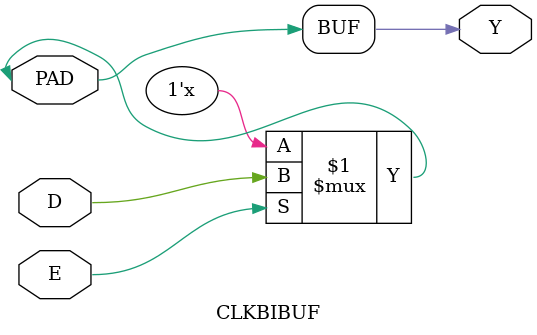
<source format=v>
module CLKBIBUF (
	input D,
	input E,
	(* iopad_external_pin *)
	inout PAD,
	(* clkbuf_driver *)
	output Y
);
	assign PAD = E ? D : 1'bz;
	assign Y = PAD;
endmodule
</source>
